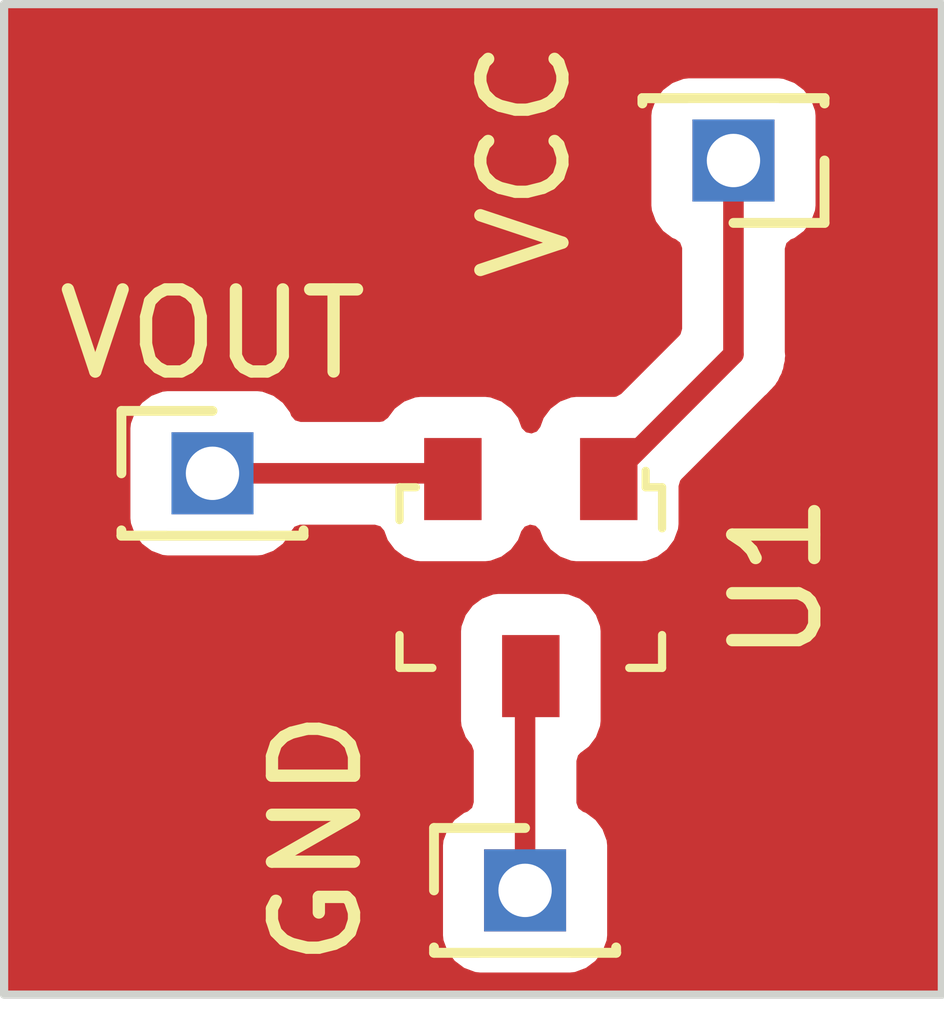
<source format=kicad_pcb>
(kicad_pcb (version 20221018) (generator pcbnew)
  (layers (0 "F.Cu" signal) (31 "B.Cu" signal) (34 "B.Paste" user) (35 "F.Paste" user) (36 "B.SilkS" user "B.Silkscreen") (37 "F.SilkS" user "F.Silkscreen") (38 "B.Mask" user) (39 "F.Mask" user) (44 "Edge.Cuts" user))
  (net 0 "")
  (net 1 "Net-(J1-Pin_1)")
  (net 2 "Net-(J2-Pin_1)")
  (net 3 "Net-(J3-Pin_1)")
  (footprint "digikey-footprints:SOT-23W" (layer "F.Cu") (at 138.5 95.25 -90)
    (fp_text reference "U1" (at 0 -3 90) (layer "F.SilkS"))
    (fp_text value "A1324LLHLT-T" hide)
    (fp_line (start -1.1 -1.6) (end -1.1 -1.4) (stroke (width 0.1)) (layer "F.SilkS"))
    (fp_line (start -1.1 -1.4) (end -1.3 -1.4) (stroke (width 0.1)) (layer "F.SilkS"))
    (fp_line (start -1.1 1.4) (end -1.1 1.6) (stroke (width 0.1)) (layer "F.SilkS"))
    (fp_line (start -1.1 1.6) (end -0.7 1.6) (stroke (width 0.1)) (layer "F.SilkS"))
    (fp_line (start -0.6 -1.6) (end -1.1 -1.6) (stroke (width 0.1)) (layer "F.SilkS"))
    (fp_line (start 0.7 -1.6) (end 1.1 -1.6) (stroke (width 0.1)) (layer "F.SilkS"))
    (fp_line (start 1.1 -1.6) (end 1.1 -1.2) (stroke (width 0.1)) (layer "F.SilkS"))
    (fp_line (start 1.1 1.2) (end 1.1 1.6) (stroke (width 0.1)) (layer "F.SilkS"))
    (fp_line (start 1.1 1.6) (end 0.7 1.6) (stroke (width 0.1)) (layer "F.SilkS"))
    (pad "1" smd rect (at -1.2 -0.95 270) (size 1 0.7) (layers "F.Cu" "F.Paste" "F.Mask") (net 2 "Net-(J2-Pin_1)"))
    (pad "2" smd rect (at -1.2 0.95 270) (size 1 0.7) (layers "F.Cu" "F.Paste" "F.Mask") (net 1 "Net-(J1-Pin_1)"))
    (pad "3" smd rect (at 1.2 0 270) (size 1 0.7) (layers "F.Cu" "F.Paste" "F.Mask") (net 3 "Net-(J3-Pin_1)"))
  )
  (footprint "Connector_PinHeader_1.27mm:PinHeader_1x01_P1.27mm_Vertical" (layer "F.Cu") (at 140.97 90.17 180)
    (fp_text reference "VCC" (at 2.54 0 270) (layer "F.SilkS"))
    (fp_text value "Conn_01x01_Pin" hide)
    (fp_line (start -1.11 -0.76) (end 0 -0.76) (stroke (width 0.12)) (layer "F.SilkS"))
    (fp_line (start -1.11 0) (end -1.11 -0.76) (stroke (width 0.12)) (layer "F.SilkS"))
    (fp_line (start -1.11 0.76) (end -1.11 0.695) (stroke (width 0.12)) (layer "F.SilkS"))
    (fp_line (start -1.11 0.76) (end -0.563471 0.76) (stroke (width 0.12)) (layer "F.SilkS"))
    (fp_line (start -1.11 0.76) (end 1.11 0.76) (stroke (width 0.12)) (layer "F.SilkS"))
    (fp_line (start 0.563471 0.76) (end 1.11 0.76) (stroke (width 0.12)) (layer "F.SilkS"))
    (fp_line (start 1.11 0.76) (end 1.11 0.695) (stroke (width 0.12)) (layer "F.SilkS"))
    (pad "1" thru_hole rect (at 0 0 180) (size 1 1) (drill 0.65) (layers "*.Cu" "*.Mask") (net 2 "Net-(J2-Pin_1)"))
  )
  (footprint "Connector_PinHeader_1.27mm:PinHeader_1x01_P1.27mm_Vertical" (layer "F.Cu") (at 134.62 93.98)
    (fp_text reference "VOUT" (at 0 -1.695) (layer "F.SilkS"))
    (fp_text value "Conn_01x01_Pin" hide)
    (fp_line (start -1.11 -0.76) (end 0 -0.76) (stroke (width 0.12)) (layer "F.SilkS"))
    (fp_line (start -1.11 0) (end -1.11 -0.76) (stroke (width 0.12)) (layer "F.SilkS"))
    (fp_line (start -1.11 0.76) (end -1.11 0.695) (stroke (width 0.12)) (layer "F.SilkS"))
    (fp_line (start -1.11 0.76) (end -0.563471 0.76) (stroke (width 0.12)) (layer "F.SilkS"))
    (fp_line (start -1.11 0.76) (end 1.11 0.76) (stroke (width 0.12)) (layer "F.SilkS"))
    (fp_line (start 0.563471 0.76) (end 1.11 0.76) (stroke (width 0.12)) (layer "F.SilkS"))
    (fp_line (start 1.11 0.76) (end 1.11 0.695) (stroke (width 0.12)) (layer "F.SilkS"))
    (pad "1" thru_hole rect (at 0 0) (size 1 1) (drill 0.65) (layers "*.Cu" "*.Mask") (net 1 "Net-(J1-Pin_1)"))
  )
  (footprint "Connector_PinHeader_1.27mm:PinHeader_1x01_P1.27mm_Vertical" (layer "F.Cu") (at 138.43 99.06)
    (fp_text reference "GND" (at -2.54 -0.635 90) (layer "F.SilkS"))
    (fp_text value "Conn_01x01_Pin" hide)
    (fp_line (start -1.11 -0.76) (end 0 -0.76) (stroke (width 0.12)) (layer "F.SilkS"))
    (fp_line (start -1.11 0) (end -1.11 -0.76) (stroke (width 0.12)) (layer "F.SilkS"))
    (fp_line (start -1.11 0.76) (end -1.11 0.695) (stroke (width 0.12)) (layer "F.SilkS"))
    (fp_line (start -1.11 0.76) (end -0.563471 0.76) (stroke (width 0.12)) (layer "F.SilkS"))
    (fp_line (start -1.11 0.76) (end 1.11 0.76) (stroke (width 0.12)) (layer "F.SilkS"))
    (fp_line (start 0.563471 0.76) (end 1.11 0.76) (stroke (width 0.12)) (layer "F.SilkS"))
    (fp_line (start 1.11 0.76) (end 1.11 0.695) (stroke (width 0.12)) (layer "F.SilkS"))
    (pad "1" thru_hole rect (at 0 0) (size 1 1) (drill 0.65) (layers "*.Cu" "*.Mask") (net 3 "Net-(J3-Pin_1)"))
  )
  (gr_poly (pts (xy 132.08 88.265) (xy 143.51 88.265) (xy 143.51 100.33) (xy 132.08 100.33)) (stroke (width 0.1)) (fill none) (layer "Edge.Cuts"))
  (segment (start 134.62 93.98) (end 137.48 93.98) (width 0.25) (layer "F.Cu") (net 1))
  (segment (start 137.48 93.98) (end 137.55 94.05) (width 0.25) (layer "F.Cu") (net 1))
  (segment (start 140.97 92.53) (end 139.45 94.05) (width 0.25) (layer "F.Cu") (net 2))
  (segment (start 140.97 90.17) (end 140.97 92.53) (width 0.25) (layer "F.Cu") (net 2))
  (segment (start 138.43 96.52) (end 138.5 96.45) (width 0.25) (layer "F.Cu") (net 3))
  (segment (start 138.43 99.06) (end 138.43 96.52) (width 0.25) (layer "F.Cu") (net 3))
  (zone (net 0) (net_name "") (layer "F.Cu") (connect_pads (clearance 0.5)) (min_thickness 0.25) (fill yes (thermal_gap 0.5) (thermal_bridge_width 0.5) (island_removal_mode 1) (island_area_min 10))
    (polygon (pts (xy 132.08 88.265) (xy 143.51 88.265) (xy 143.51 100.33) (xy 132.08 100.33)))
  )
)
</source>
